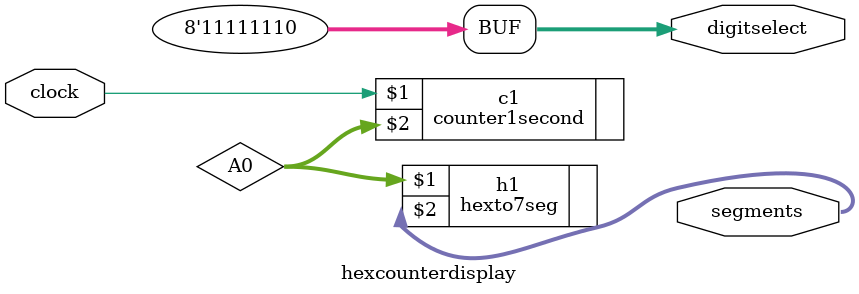
<source format=sv>
`timescale 1ns / 1ps
`default_nettype none


module hexcounterdisplay(
    input wire clock,
    output logic [7:0] digitselect = ~(8'b0000_0001),
    output logic [7:0] segments
    );
    wire [3:0]A0;
    counter1second c1(clock, A0);
    hexto7seg h1(A0, segments);
    
endmodule

</source>
